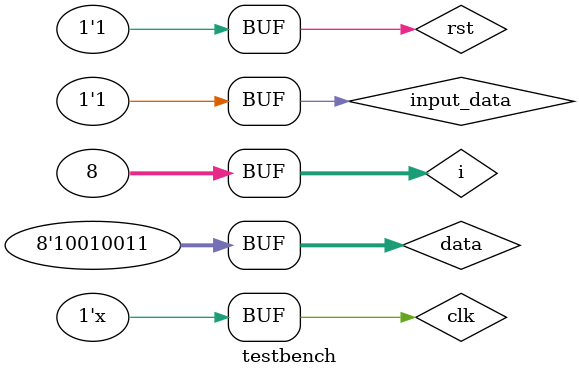
<source format=v>
`timescale 1ns / 1ps


module testbench(

    );
    
    reg clk,rst;
    
    initial begin
        clk=0;
        rst=0;
        #10
        rst = 1;
    $display("testing light_show..");
    end
    
    always #10 clk=~clk;
    
    
    
    reg input_data;
    wire output_data;
    wire [6:0] led;
    wire [1:0] px;
    
    integer i;
    
    reg [7:0] data = 8'b10010011;
                  
    initial begin
        for(i=0;i<8;i=i+1)begin
            #10 input_data <= data[i];
        end
    end              
    
    uart_top uart_top0(
        .I_clk(clk),
        .I_rst_n(rst),
        .I_rs232_rxd(input_data),
        .O_rs232_txd(output_data),
        .O_led(led),
        .O_px(px)
    );
endmodule

</source>
